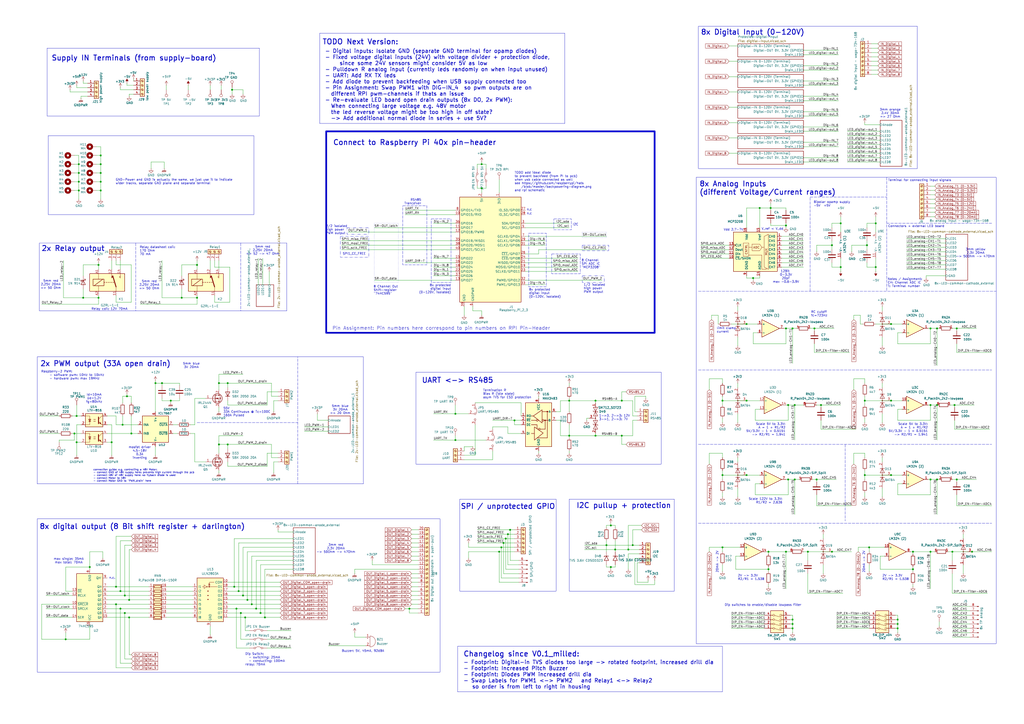
<source format=kicad_sch>
(kicad_sch
	(version 20231120)
	(generator "eeschema")
	(generator_version "8.0")
	(uuid "af4d11a6-73e1-4c39-a25e-5fe7dfa07237")
	(paper "A2")
	(title_block
		(title "pi-interface-board")
		(date "2025-01-23")
		(rev "V1.0")
		(comment 2 "for versatile use in prototyping and project development")
		(comment 3 "with protected I/O, relays, and various features")
		(comment 4 "A Raspberry Pi-compatible PCB that extends the GPIO header")
	)
	
	(junction
		(at 140.97 345.44)
		(diameter 0)
		(color 0 0 0 0)
		(uuid "01a8e618-7e14-4882-9136-a12536116a47")
	)
	(junction
		(at 237.49 353.06)
		(diameter 0)
		(color 0 0 0 0)
		(uuid "01c225b5-cd2c-42cd-9a9e-dd1eb69e7a46")
	)
	(junction
		(at 292.1 314.96)
		(diameter 0)
		(color 0 0 0 0)
		(uuid "05305efd-1dbd-4d1b-9814-028567a7094e")
	)
	(junction
		(at 137.16 353.06)
		(diameter 0)
		(color 0 0 0 0)
		(uuid "05eca1c0-0042-44d8-82a8-b1f48175c33d")
	)
	(junction
		(at 360.68 252.73)
		(diameter 0)
		(color 0 0 0 0)
		(uuid "06f335d7-63de-4572-a20a-022b6c7f93c9")
	)
	(junction
		(at 364.49 318.77)
		(diameter 0)
		(color 0 0 0 0)
		(uuid "072c8fc6-89d0-4715-8ea4-dd9134761f17")
	)
	(junction
		(at 351.79 316.23)
		(diameter 0)
		(color 0 0 0 0)
		(uuid "07823899-5798-4592-8eff-8b1fe5858f30")
	)
	(junction
		(at 45.72 100.33)
		(diameter 0)
		(color 0 0 0 0)
		(uuid "08257806-6a62-48e1-afe8-11841934bc89")
	)
	(junction
		(at 71.12 246.38)
		(diameter 0)
		(color 0 0 0 0)
		(uuid "0eedc99b-ff42-4961-8286-6066dee5c8fe")
	)
	(junction
		(at 508 129.54)
		(diameter 0)
		(color 0 0 0 0)
		(uuid "0f3fa599-affa-44c6-8b85-24ce12db14ea")
	)
	(junction
		(at 67.31 340.36)
		(diameter 0)
		(color 0 0 0 0)
		(uuid "10026633-9ac7-4b72-aa53-10151f42da81")
	)
	(junction
		(at 64.77 256.54)
		(diameter 0)
		(color 0 0 0 0)
		(uuid "11580b8b-6675-41d3-b33d-e1ed958eda93")
	)
	(junction
		(at 153.67 358.14)
		(diameter 0)
		(color 0 0 0 0)
		(uuid "119c3b35-4b9f-4318-9220-02559deba15e")
	)
	(junction
		(at 73.66 229.87)
		(diameter 0)
		(color 0 0 0 0)
		(uuid "14ee932b-b4bf-415b-ab21-01e0b930417b")
	)
	(junction
		(at 516.89 232.41)
		(diameter 0)
		(color 0 0 0 0)
		(uuid "14fcd33f-6a27-4b5c-bd8a-16602ae94ce3")
	)
	(junction
		(at 345.44 232.41)
		(diameter 0)
		(color 0 0 0 0)
		(uuid "1827b75e-5515-4844-a399-117e6918fd73")
	)
	(junction
		(at 354.33 328.93)
		(diameter 0)
		(color 0 0 0 0)
		(uuid "1c476741-4a7f-44e7-a84a-5b0fc50d1df8")
	)
	(junction
		(at 487.68 154.94)
		(diameter 0)
		(color 0 0 0 0)
		(uuid "1f83392c-f6f4-4c47-92c7-6541609902a5")
	)
	(junction
		(at 508 154.94)
		(diameter 0)
		(color 0 0 0 0)
		(uuid "1ff1815a-ddb0-4907-bed1-18b8fe5665e3")
	)
	(junction
		(at 461.01 234.95)
		(diameter 0)
		(color 0 0 0 0)
		(uuid "209182a8-b4b9-40cd-b5b2-bd90b860e927")
	)
	(junction
		(at 57.15 153.67)
		(diameter 0)
		(color 0 0 0 0)
		(uuid "213f96fc-26d9-4cf1-83bd-f4336ef00b81")
	)
	(junction
		(at 105.41 172.72)
		(diameter 0)
		(color 0 0 0 0)
		(uuid "236f3f4e-76e9-4351-baf1-7665cdb427aa")
	)
	(junction
		(at 146.05 350.52)
		(diameter 0)
		(color 0 0 0 0)
		(uuid "24719f92-8210-4aa7-b4fb-885fcf560860")
	)
	(junction
		(at 127 222.25)
		(diameter 0)
		(color 0 0 0 0)
		(uuid "2a544a35-89e9-4403-a76e-deca404b0df4")
	)
	(junction
		(at 330.2 232.41)
		(diameter 0)
		(color 0 0 0 0)
		(uuid "2d47b40e-d23f-458b-8bda-f40f4a63d16c")
	)
	(junction
		(at 461.01 278.13)
		(diameter 0)
		(color 0 0 0 0)
		(uuid "2ec783c1-8b84-46a4-83e0-9e6bdd9d83e1")
	)
	(junction
		(at 419.1 275.59)
		(diameter 0)
		(color 0 0 0 0)
		(uuid "2f3e2706-66a2-4ddc-84d7-d0f87e408bee")
	)
	(junction
		(at 45.72 110.49)
		(diameter 0)
		(color 0 0 0 0)
		(uuid "30eb7102-40a1-423f-af53-d597c277def6")
	)
	(junction
		(at 433.07 187.96)
		(diameter 0)
		(color 0 0 0 0)
		(uuid "322a1d28-d972-4b68-a81b-9e541f249074")
	)
	(junction
		(at 539.75 234.95)
		(diameter 0)
		(color 0 0 0 0)
		(uuid "3ae78f7f-94a6-4485-a6b5-d7ce73e1abef")
	)
	(junction
		(at 516.89 187.96)
		(diameter 0)
		(color 0 0 0 0)
		(uuid "3b4b0fd5-c991-4a1b-b89c-c6b2bfe001ca")
	)
	(junction
		(at 44.45 241.3)
		(diameter 0)
		(color 0 0 0 0)
		(uuid "3c610d6d-cd11-4e18-9d10-ffa22d04497a")
	)
	(junction
		(at 52.07 328.93)
		(diameter 0)
		(color 0 0 0 0)
		(uuid "3c754c5e-b249-46c4-9d05-9f550316aca5")
	)
	(junction
		(at 279.4 109.22)
		(diameter 0)
		(color 0 0 0 0)
		(uuid "401df33a-bfc8-4102-a832-13b9d72f27f9")
	)
	(junction
		(at 447.04 120.65)
		(diameter 0)
		(color 0 0 0 0)
		(uuid "42f8f2a2-d4f1-4f85-a7f3-af76fd15f334")
	)
	(junction
		(at 539.75 190.5)
		(diameter 0)
		(color 0 0 0 0)
		(uuid "4c28afa4-cb18-4457-bfd3-5c53dabd8baa")
	)
	(junction
		(at 67.31 350.52)
		(diameter 0)
		(color 0 0 0 0)
		(uuid "4dd49bce-72c0-4885-aaa1-4fc2ceee5ed9")
	)
	(junction
		(at 290.83 317.5)
		(diameter 0)
		(color 0 0 0 0)
		(uuid "4e253152-ce51-433a-bba8-8c16e7a62d28")
	)
	(junction
		(at 436.88 161.29)
		(diameter 0)
		(color 0 0 0 0)
		(uuid "4e57230f-aabe-47d0-b863-f2adc3d1ffe4")
	)
	(junction
		(at 554.99 278.13)
		(diameter 0)
		(color 0 0 0 0)
		(uuid "5350fbf4-d95b-437a-9686-20f0bf58d3a4")
	)
	(junction
		(at 356.87 318.77)
		(diameter 0)
		(color 0 0 0 0)
		(uuid "53d66afe-70cb-456e-9b1b-03e37a30427c")
	)
	(junction
		(at 539.75 278.13)
		(diameter 0)
		(color 0 0 0 0)
		(uuid "5453c15f-3da7-498f-b4d4-eefd4a32800e")
	)
	(junction
		(at 482.6 142.24)
		(diameter 0)
		(color 0 0 0 0)
		(uuid "55a82554-799d-4bb3-8181-718182c3900f")
	)
	(junction
		(at 501.65 232.41)
		(diameter 0)
		(color 0 0 0 0)
		(uuid "57a339c8-b411-45ff-a169-a3416d23d890")
	)
	(junction
		(at 114.3 172.72)
		(diameter 0)
		(color 0 0 0 0)
		(uuid "58641e9a-dfea-4a17-a599-d3f20704b922")
	)
	(junction
		(at 58.42 105.41)
		(diameter 0)
		(color 0 0 0 0)
		(uuid "58dccc51-9004-41fb-ad0d-5592fc6a349d")
	)
	(junction
		(at 539.75 320.04)
		(diameter 0)
		(color 0 0 0 0)
		(uuid "5ebeab69-b597-43d2-ab3a-c72fec21131d")
	)
	(junction
		(at 504.19 317.5)
		(diameter 0)
		(color 0 0 0 0)
		(uuid "5fbe9979-8f7b-4932-9184-a4d03c15d4fe")
	)
	(junction
		(at 476.25 234.95)
		(diameter 0)
		(color 0 0 0 0)
		(uuid "5fd46808-879e-44b8-af18-96d3e87ab16f")
	)
	(junction
		(at 354.33 304.8)
		(diameter 0)
		(color 0 0 0 0)
		(uuid "60649139-4bdd-472e-9af5-360b27505cfe")
	)
	(junction
		(at 58.42 110.49)
		(diameter 0)
		(color 0 0 0 0)
		(uuid "60a6d836-72d0-4313-9d09-432095eb272f")
	)
	(junction
		(at 293.37 312.42)
		(diameter 0)
		(color 0 0 0 0)
		(uuid "64cc4205-6b81-48b6-affd-d8656f4e6bce")
	)
	(junction
		(at 529.59 320.04)
		(diameter 0)
		(color 0 0 0 0)
		(uuid "67352b46-f9e5-4f25-b773-3d42ff5e5699")
	)
	(junction
		(at 419.1 317.5)
		(diameter 0)
		(color 0 0 0 0)
		(uuid "6e2b59ba-643e-42d5-abe7-fae3afd30e18")
	)
	(junction
		(at 90.17 222.25)
		(diameter 0)
		(color 0 0 0 0)
		(uuid "6f8dae14-e5bb-4ed3-8136-992dd6b276bb")
	)
	(junction
		(at 440.69 120.65)
		(diameter 0)
		(color 0 0 0 0)
		(uuid "71c80c36-cea0-487c-bcb3-ac90e6cf6909")
	)
	(junction
		(at 501.65 275.59)
		(diameter 0)
		(color 0 0 0 0)
		(uuid "72cd6455-fb65-4b52-8421-80100f0ddc8f")
	)
	(junction
		(at 69.85 342.9)
		(diameter 0)
		(color 0 0 0 0)
		(uuid "751fb691-f4d4-4afb-8c99-237d44216e6a")
	)
	(junction
		(at 143.51 347.98)
		(diameter 0)
		(color 0 0 0 0)
		(uuid "75331210-328d-4b01-a051-ab734c1e4329")
	)
	(junction
		(at 58.42 90.17)
		(diameter 0)
		(color 0 0 0 0)
		(uuid "77fd0bd9-a653-46a2-a6ea-e0ff86286382")
	)
	(junction
		(at 455.93 130.81)
		(diameter 0)
		(color 0 0 0 0)
		(uuid "7b6a19d9-d84c-4ace-9ad2-e52657e5669a")
	)
	(junction
		(at 543.56 190.5)
		(diameter 0)
		(color 0 0 0 0)
		(uuid "7c4690e7-c7bf-4226-a178-dc9e53dc51ed")
	)
	(junction
		(at 445.77 320.04)
		(diameter 0)
		(color 0 0 0 0)
		(uuid "7eee6ae0-e862-4cf5-a20a-077da3b5824a")
	)
	(junction
		(at 45.72 95.25)
		(diameter 0)
		(color 0 0 0 0)
		(uuid "8445ba9c-2e95-4eb0-ba3f-795d556ef72f")
	)
	(junction
		(at 38.1 370.84)
		(diameter 0)
		(color 0 0 0 0)
		(uuid "84b82d7c-5f92-4073-bceb-03310c6207ac")
	)
	(junction
		(at 472.44 190.5)
		(diameter 0)
		(color 0 0 0 0)
		(uuid "85be4b5b-1dd3-4429-a51f-714f415e4cb3")
	)
	(junction
		(at 516.89 275.59)
		(diameter 0)
		(color 0 0 0 0)
		(uuid "86f80d78-9680-4044-9ea8-382a544e1180")
	)
	(junction
		(at 298.45 243.84)
		(diameter 0)
		(color 0 0 0 0)
		(uuid "8ba0df70-00b9-477d-a1d9-09e132e0196c")
	)
	(junction
		(at 502.92 142.24)
		(diameter 0)
		(color 0 0 0 0)
		(uuid "8e2b91a7-a806-46dd-8017-558f66a7d5aa")
	)
	(junction
		(at 93.98 222.25)
		(diameter 0)
		(color 0 0 0 0)
		(uuid "900094c6-ad82-42ce-b9e4-bbff1fbd4f7d")
	)
	(junction
		(at 58.42 95.25)
		(diameter 0)
		(color 0 0 0 0)
		(uuid "92b51d51-f5fb-410e-bbe5-38b96764124c")
	)
	(junction
		(at 264.16 255.27)
		(diameter 0)
		(color 0 0 0 0)
		(uuid "98441d78-d77f-486a-92ea-3668d01ee127")
	)
	(junction
		(at 543.56 234.95)
		(diameter 0)
		(color 0 0 0 0)
		(uuid "9857da2e-fa86-4979-a30f-81191067da5a")
	)
	(junction
		(at 289.56 320.04)
		(diameter 0)
		(color 0 0 0 0)
		(uuid "9867b519-f5bd-4ee4-8781-727026525927")
	)
	(junction
		(at 459.74 359.41)
		(diameter 0)
		(color 0 0 0 0)
		(uuid "98c11e17-da75-489b-919d-abd5b90d75d6")
	)
	(junction
		(at 520.7 364.49)
		(diameter 0)
		(color 0 0 0 0)
		(uuid "9905ae76-43d5-46fd-ab04-63b3bd0b1c1a")
	)
	(junction
		(at 529.59 330.2)
		(diameter 0)
		(color 0 0 0 0)
		(uuid "9f9cd4a1-53b7-4b90-939d-1f42f0144daf")
	)
	(junction
		(at 72.39 345.44)
		(diameter 0)
		(color 0 0 0 0)
		(uuid "a02a0c35-7237-4690-930d-ae7d81a03d46")
	)
	(junction
		(at 433.07 275.59)
		(diameter 0)
		(color 0 0 0 0)
		(uuid "a0fb1850-0f46-4c36-b798-547b535c42df")
	)
	(junction
		(at 44.45 256.54)
		(diameter 0)
		(color 0 0 0 0)
		(uuid "a156600e-b17b-40ee-9338-2875dd6af119")
	)
	(junction
		(at 459.74 364.49)
		(diameter 0)
		(color 0 0 0 0)
		(uuid "a2aaf358-b70a-40ed-8891-c2b838783341")
	)
	(junction
		(at 543.56 278.13)
		(diameter 0)
		(color 0 0 0 0)
		(uuid "a647ae42-673a-4b30-ba91-f5c0de2d1fb1")
	)
	(junction
		(at 419.1 232.41)
		(diameter 0)
		(color 0 0 0 0)
		(uuid "a8916f2a-3760-4408-a711-e8008e50a42d")
	)
	(junction
		(at 473.71 278.13)
		(diameter 0)
		(color 0 0 0 0)
		(uuid "a8b20a5e-2fbe-4704-8e22-2faf27846df8")
	)
	(junction
		(at 553.72 234.95)
		(diameter 0)
		(color 0 0 0 0)
		(uuid "aad29792-d123-4844-9da8-1df2be24a9d5")
	)
	(junction
		(at 48.26 172.72)
		(diameter 0)
		(color 0 0 0 0)
		(uuid "ac1970be-fc9a-493a-b832-4f526b5d8a6f")
	)
	(junction
		(at 367.03 316.23)
		(diameter 0)
		(color 0 0 0 0)
		(uuid "ac4ac232-9a0f-4efe-bd40-aa7c1fcbaeed")
	)
	(junction
		(at 142.24 358.14)
		(diameter 0)
		(color 0 0 0 0)
		(uuid "b03b65c9-d63a-4b4e-b4bc-bfd5bb85047b")
	)
	(junction
		(at 134.62 52.07)
		(diameter 0)
		(color 0 0 0 0)
		(uuid "b1b4e282-b41e-4806-9700-a7c6fbc133b2")
	)
	(junction
		(at 138.43 342.9)
		(diameter 0)
		(color 0 0 0 0)
		(uuid "b2e04b3a-0203-4e9b-b5fb-44711c9651f5")
	)
	(junction
		(at 99.06 232.41)
		(diameter 0)
		(color 0 0 0 0)
		(uuid "b650fb0f-f91e-4bab-945c-20253961cf93")
	)
	(junction
		(at 360.68 232.41)
		(diameter 0)
		(color 0 0 0 0)
		(uuid "b75f83a7-ff43-422c-8aef-b23c65dc9f58")
	)
	(junction
		(at 433.07 232.41)
		(diameter 0)
		(color 0 0 0 0)
		(uuid "b8cbbf2c-6947-4c47-a76a-df98369a49e2")
	)
	(junction
		(at 445.77 330.2)
		(diameter 0)
		(color 0 0 0 0)
		(uuid "bc0e8895-a168-4b32-a3ae-032222041331")
	)
	(junction
		(at 279.4 95.25)
		(diameter 0)
		(color 0 0 0 0)
		(uuid "c141ea30-0a7b-45f8-a452-2c0244bcf9aa")
	)
	(junction
		(at 114.3 153.67)
		(diameter 0)
		(color 0 0 0 0)
		(uuid "c25e2208-2d4a-4a5d-b1b6-520bc7405c20")
	)
	(junction
		(at 72.39 355.6)
		(diameter 0)
		(color 0 0 0 0)
		(uuid "c2a7d60c-8406-4629-9f9f-20facc991908")
	)
	(junction
		(at 127 257.81)
		(diameter 0)
		(color 0 0 0 0)
		(uuid "c583ebaa-dbb1-42bf-9503-cd46d9d9c934")
	)
	(junction
		(at 468.63 320.04)
		(diameter 0)
		(color 0 0 0 0)
		(uuid "c6fd9455-a40f-495c-b522-dad68ccccb40")
	)
	(junction
		(at 69.85 353.06)
		(diameter 0)
		(color 0 0 0 0)
		(uuid "c7252f51-5593-44ea-9ef0-15644cb2b836")
	)
	(junction
		(at 482.6 320.04)
		(diameter 0)
		(color 0 0 0 0)
		(uuid "c7d2abe6-56ee-45d0-91ba-2bdad49697be")
	)
	(junction
		(at 554.99 190.5)
		(diameter 0)
		(color 0 0 0 0)
		(uuid "c9a1a788-271b-4313-91ac-1eb41a1be2d1")
	)
	(junction
		(at 74.93 347.98)
		(diameter 0)
		(color 0 0 0 0)
		(uuid "ca97fd06-a20b-4255-9402-c6f0775648c9")
	)
	(junction
		(at 563.88 320.04)
		(diameter 0)
		(color 0 0 0 0)
		(uuid "cb011434-a4b0-4556-a812-d331c49ca2c1")
	)
	(junction
		(at 294.64 309.88)
		(diameter 0)
		(color 0 0 0 0)
		(uuid "ccfc0193-cd4b-4bd1-9adb-8688e97bfa23")
	)
	(junction
		(at 151.13 355.6)
		(diameter 0)
		(color 0 0 0 0)
		(uuid "cdb7cae5-fc07-4bbc-8ee6-837fb3913bf1")
	)
	(junction
		(at 455.93 320.04)
		(diameter 0)
		(color 0 0 0 0)
		(uuid "d3002e4b-d3e1-40cc-9b8a-5d2c7334c6dd")
	)
	(junction
		(at 520.7 361.95)
		(diameter 0)
		(color 0 0 0 0)
		(uuid "d3c25f2f-519c-4e8a-bf2d-451e91de8263")
	)
	(junction
		(at 459.74 190.5)
		(diameter 0)
		(color 0 0 0 0)
		(uuid "d5958f52-db39-4d96-9f5c-46cc0e0a9c13")
	)
	(junction
		(at 345.44 252.73)
		(diameter 0)
		(color 0 0 0 0)
		(uuid "d5f0980c-b894-41c8-ad9a-99d84da95533")
	)
	(junction
		(at 132.08 257.81)
		(diameter 0)
		(color 0 0 0 0)
		(uuid "d7f6abff-a394-48b0-8295-d13e407a04cb")
	)
	(junction
		(at 487.68 129.54)
		(diameter 0)
		(color 0 0 0 0)
		(uuid "d8d7fb1f-bb4d-4c93-8aa7-905c20aefd85")
	)
	(junction
		(at 45.72 105.41)
		(diameter 0)
		(color 0 0 0 0)
		(uuid "d8d95aad-526c-4d3e-9a9b-fefcb78efcaa")
	)
	(junction
		(at 552.45 320.04)
		(diameter 0)
		(color 0 0 0 0)
		(uuid "dd672ca4-9aed-4510-a18a-eaf4c4b1b5b2")
	)
	(junction
		(at 295.91 307.34)
		(diameter 0)
		(color 0 0 0 0)
		(uuid "dd9c1b13-9084-449b-9bee-5e037521464a")
	)
	(junction
		(at 520.7 359.41)
		(diameter 0)
		(color 0 0 0 0)
		(uuid "df62cb63-19fa-46f2-9a5a-93a304b5a69d")
	)
	(junction
		(at 264.16 240.03)
		(diameter 0)
		(color 0 0 0 0)
		(uuid "df678c17-c7d1-407d-803a-c886081558ed")
	)
	(junction
		(at 457.2 234.95)
		(diameter 0)
		(color 0 0 0 0)
		(uuid "e06e2f01-d838-48f6-8efa-7e05b926ca29")
	)
	(junction
		(at 57.15 172.72)
		(diameter 0)
		(color 0 0 0 0)
		(uuid "e0fcc60c-adef-4503-b67d-31eec596d694")
	)
	(junction
		(at 148.59 353.06)
		(diameter 0)
		(color 0 0 0 0)
		(uuid "e3108376-7dad-4cc8-8861-63d384004879")
	)
	(junction
		(at 76.2 251.46)
		(diameter 0)
		(color 0 0 0 0)
		(uuid "e5b099e1-f557-4448-b3d0-b283fc211558")
	)
	(junction
		(at 135.89 340.36)
		(diameter 0)
		(color 0 0 0 0)
		(uuid "e5bd5461-5bb2-4b08-87c8-6e463ef8db0a")
	)
	(junction
		(at 132.08 222.25)
		(diameter 0)
		(color 0 0 0 0)
		(uuid "e8615103-e90c-4f75-b440-b8fad443ff1e")
	)
	(junction
		(at 43.18 251.46)
		(diameter 0)
		(color 0 0 0 0)
		(uuid "e888c988-fb5e-4161-b771-d1f510c9d0b9")
	)
	(junction
		(at 330.2 252.73)
		(diameter 0)
		(color 0 0 0 0)
		(uuid "ed02a82a-9a4c-446b-b18a-c2e77fed11fa")
	)
	(junction
		(at 457.2 278.13)
		(diameter 0)
		(color 0 0 0 0)
		(uuid "ef6c709f-f6a8-4332-b336-2fc745163133")
	)
	(junction
		(at 459.74 361.95)
		(diameter 0)
		(color 0 0 0 0)
		(uuid "f4dadaf2-7795-4ea6-a683-80336635a387")
	)
	(junction
		(at 58.42 100.33)
		(diameter 0)
		(color 0 0 0 0)
		(uuid "f8e84513-ffe1-4837-b530-90ecbd0bf285")
	)
	(junction
		(at 139.7 355.6)
		(diameter 0)
		(color 0 0 0 0)
		(uuid "fae7fc45-5150-4de6-9de8-a36ec31aa312")
	)
	(junction
		(at 455.93 190.5)
		(diameter 0)
		(color 0 0 0 0)
		(uuid "fbce1fdb-db5b-4f19-bbb5-0a9c27bcbc89")
	)
	(junction
		(at 74.93 358.14)
		(diameter 0)
		(color 0 0 0 0)
		(uuid "fcfc1728-3653-4623-b7b5-a4e4cd6811ba")
	)
	(wire
		(pts
			(xy 455.93 129.54) (xy 455.93 130.81)
		)
		(stroke
			(width 0)
			(type default)
		)
		(uuid "0054231e-6c1c-4b62-a261-da803b448710")
	)
	(wire
		(pts
			(xy 491.49 78.74) (xy 510.54 78.74)
		)
		(stroke
			(width 0)
			(type default)
		)
		(uuid "0059a5bd-5d4e-41f1-b8bf-105e91bea211")
	)
	(wire
		(pts
			(xy 496.57 248.92) (xy 476.25 248.92)
		)
		(stroke
			(width 0)
			(type default)
		)
		(uuid "007352d0-4393-4d19-8efc-d51e28cb77e4")
	)
	(wire
		(pts
			(xy 238.76 320.04) (xy 242.57 320.04)
		)
		(stroke
			(width 0)
			(type default)
		)
		(uuid "00818073-0ff6-4df9-84ad-d009831f149e")
	)
	(wire
		(pts
			(xy 62.23 251.46) (xy 76.2 251.46)
		)
		(stroke
			(width 0)
			(type default)
		)
		(uuid "00912cef-7458-4250-9601-851325c17234")
	)
	(wire
		(pts
			(xy 62.23 241.3) (xy 67.31 241.3)
		)
		(stroke
			(width 0)
			(type default)
		)
		(uuid "00e44004-c513-4de5-a722-c1ec9c261caa")
	)
	(wire
		(pts
			(xy 419.1 327.66) (xy 419.1 331.47)
		)
		(stroke
			(width 0)
			(type default)
		)
		(uuid "00ef2f56-37bd-4ed0-aeb9-aa019bd24e2f")
	)
	(wire
		(pts
			(xy 139.7 370.84) (xy 139.7 355.6)
		)
		(stroke
			(width 0)
			(type default)
		)
		(uuid "00fdba94-28e0-4b7e-a3f6-8468a273182f")
	)
	(wire
		(pts
			(xy 553.72 234.95) (xy 553.72 236.22)
		)
		(stroke
			(width 0)
			(type default)
		)
		(uuid "01a5f7f5-381b-4726-8886-b420b25ccedd")
	)
	(wire
		(pts
			(xy 132.08 353.06) (xy 137.16 353.06)
		)
		(stroke
			(width 0)
			(type default)
		)
		(uuid "01f70877-5d35-4473-8154-b32633fb4439")
	)
	(wire
		(pts
			(xy 90.17 222.25) (xy 93.98 222.25)
		)
		(stroke
			(width 0)
			(type default)
		)
		(uuid "02432959-10b0-4f2a-af2d-7311d5fec00d")
	)
	(wire
		(pts
			(xy 486.41 31.75) (xy 466.09 31.75)
		)
		(stroke
			(width 0)
			(type default)
		)
		(uuid "025ad35c-64b0-47a8-a900-f118fd03ec35")
	)
	(wire
		(pts
			(xy 276.86 109.22) (xy 279.4 109.22)
		)
		(stroke
			(width 0)
			(type default)
		)
		(uuid "02629f80-2850-40af-b117-d301cbd2e1ca")
	)
	(wire
		(pts
			(xy 271.78 317.5) (xy 290.83 317.5)
		)
		(stroke
			(width 0)
			(type default)
		)
		(uuid "02a344d2-8b47-43f6-b628-b060a6ff1a34")
	)
	(wire
		(pts
			(xy 537.21 160.02) (xy 548.64 160.02)
		)
		(stroke
			(width 0)
			(type default)
		)
		(uuid "02ca2bcb-dc3d-41b8-b3bb-d6980a38a62d")
	)
	(wire
		(pts
			(xy 52.07 330.2) (xy 52.07 328.93)
		)
		(stroke
			(width 0)
			(type default)
		)
		(uuid "02caf3da-4dfe-464a-bed0-55c975aa32ca")
	)
	(wire
		(pts
			(xy 487.68 125.73) (xy 487.68 129.54)
		)
		(stroke
			(width 0)
			(type default)
		)
		(uuid "02dea10a-f229-486d-876a-a071096eeead")
	)
	(wire
		(pts
			(xy 251.46 149.86) (xy 264.16 149.86)
		)
		(stroke
			(width 0)
			(type default)
		)
		(uuid "02f927d2-46f0-4067-bb2c-7b5ed625f8eb")
	)
	(wire
		(pts
			(xy 157.48 257.81) (xy 157.48 265.43)
		)
		(stroke
			(width 0)
			(type default)
		)
		(uuid "030da04f-bb6a-49d5-a07a-b1ac13ef0d2c")
	)
	(wire
		(pts
			(xy 516.89 275.59) (xy 523.24 275.59)
		)
		(stroke
			(width 0)
			(type default)
		)
		(uuid "0402a363-6ddc-4245-b79d-651ce5e2b849")
	)
	(wire
		(pts
			(xy 457.2 234.95) (xy 461.01 234.95)
		)
		(stroke
			(width 0)
			(type default)
		)
		(uuid "04304b2e-0c68-4a14-bbe0-0e23cac30e94")
	)
	(wire
		(pts
			(xy 176.53 250.19) (xy 190.5 250.19)
		)
		(stroke
			(width 0)
			(type default)
		)
		(uuid "0441f777-da59-4d51-9ce1-7f52d2030a3b")
	)
	(wire
		(pts
			(xy 351.79 306.07) (xy 351.79 304.8)
		)
		(stroke
			(width 0)
			(type default)
		)
		(uuid "0445f1c5-cbd7-41f2-81d5-6122602375c6")
	)
	(wire
		(pts
			(xy 563.88 320.04) (xy 575.31 320.04)
		)
		(stroke
			(width 0)
			(type default)
		)
		(uuid "044788d0-021d-486d-a9d3-fdae59027b7a")
	)
	(polyline
		(pts
			(xy 114.3 245.11) (xy 172.72 245.11)
		)
		(stroke
			(width 0)
			(type dash)
		)
		(uuid "0562829c-78ed-418e-bf83-3ad41711062d")
	)
	(wire
		(pts
			(xy 76.2 153.67) (xy 76.2 175.26)
		)
		(stroke
			(width 0)
			(type default)
		)
		(uuid "05769be8-6486-49a6-96aa-282d535c7d39")
	)
	(wire
		(pts
			(xy 433.07 132.08) (xy 433.07 120.65)
		)
		(stroke
			(width 0)
			(type default)
		)
		(uuid "05c7cccb-cca5-4623-97c8-040d9b4df307")
	)
	(wire
		(pts
			(xy 67.31 340.36) (xy 86.36 340.36)
		)
		(stroke
			(width 0)
			(type default)
		)
		(uuid "060a1e46-185f-46d5-bb25-4b502bfab042")
	)
	(wire
		(pts
			(xy 453.39 137.16) (xy 466.09 137.16)
		)
		(stroke
			(width 0)
			(type default)
		)
		(uuid "068083fa-fce7-43b5-8463-4f98840e7a26")
	)
	(wire
		(pts
			(xy 76.2 175.26) (xy 67.31 175.26)
		)
		(stroke
			(width 0)
			(type default)
		)
		(uuid "06a1b25e-5913-4cbd-a6dc-df54f02c3062")
	)
	(wire
		(pts
			(xy 76.2 313.69) (xy 69.85 313.69)
		)
		(stroke
			(width 0)
			(type default)
		)
		(uuid "0768423a-ac1c-4f99-9532-7ef87789f549")
	)
	(wire
		(pts
			(xy 96.52 342.9) (xy 111.76 342.9)
		)
		(stroke
			(width 0)
			(type default)
		)
		(uuid "07df2798-ce49-4d2e-88d1-304e7370129e")
	)
	(wire
		(pts
			(xy 279.4 180.34) (xy 279.4 182.88)
		)
		(stroke
			(width 0)
			(type default)
		)
		(uuid "07f79494-8767-4e73-b134-542e489a4daa")
	)
	(wire
		(pts
			(xy 511.81 265.43) (xy 511.81 267.97)
		)
		(stroke
			(width 0)
			(type default)
		)
		(uuid "086ffce1-bece-47de-afff-a5272daa684c")
	)
	(wire
		(pts
			(xy 543.56 278.13) (xy 544.83 278.13)
		)
		(stroke
			(width 0)
			(type default)
		)
		(uuid "08d4afc6-7a52-4c48-90ea-de03339f3fec")
	)
	(wire
		(pts
			(xy 438.15 280.67) (xy 438.15 287.02)
		)
		(stroke
			(width 0)
			(type default)
		)
		(uuid "08da2754-5954-4cc6-88b7-c43418808a5f")
	)
	(wire
		(pts
			(xy 238.76 332.74) (xy 242.57 332.74)
		)
		(stroke
			(width 0)
			(type default)
		)
		(uuid "09105bff-0442-453e-b260-c98527da345d")
	)
	(wire
		(pts
			(xy 453.39 139.7) (xy 466.09 139.7)
		)
		(stroke
			(width 0)
			(type default)
		)
		(uuid "0932f8bf-1781-41f0-8075-3b7e84ddb5c7")
	)
	(wire
		(pts
			(xy 64.77 256.54) (xy 64.77 246.38)
		)
		(stroke
			(width 0)
			(type default)
		)
		(uuid "09c9e21f-8206-47ae-a9c8-c044bfbcae4a")
	)
	(wire
		(pts
			(xy 501.65 273.05) (xy 501.65 275.59)
		)
		(stroke
			(width 0)
			(type default)
		)
		(uuid "09d9a41a-af3c-4a91-ad4d-2c3b79cf9ec7")
	)
	(wire
		(pts
			(xy 52.07 363.22) (xy 52.07 370.84)
		)
		(stroke
			(width 0)
			(type default)
		)
		(uuid "0a051774-4cbb-4b66-bf37-8910fac947bb")
	)
	(wire
		(pts
			(xy 62.23 358.14) (xy 74.93 358.14)
		)
		(stroke
			(width 0)
			(type default)
		)
		(uuid "0aa33d96-2e44-4442-b63d-f8ede3d506ac")
	)
	(wire
		(pts
			(xy 368.3 229.87) (xy 368.3 238.76)
		)
		(stroke
			(width 0)
			(type default)
		)
		(uuid "0ac0da6d-7a79-4bb6-aac5-dbd7e02f6a35")
	)
	(wire
		(pts
			(xy 157.48 265.43) (xy 161.29 265.43)
		)
		(stroke
			(width 0)
			(type default)
		)
		(uuid "0af3e3f5-4871-4f0a-9b10-f4cd810203b5")
	)
	(wire
		(pts
			(xy 419.1 262.89) (xy 419.1 265.43)
		)
		(stroke
			(width 0)
			(type default)
		)
		(uuid "0b798a4e-ae38-46ca-9967-253a2656e0f1")
	)
	(wire
		(pts
			(xy 69.85 384.81) (xy 69.85 353.06)
		)
		(stroke
			(width 0)
			(ty
... [510106 chars truncated]
</source>
